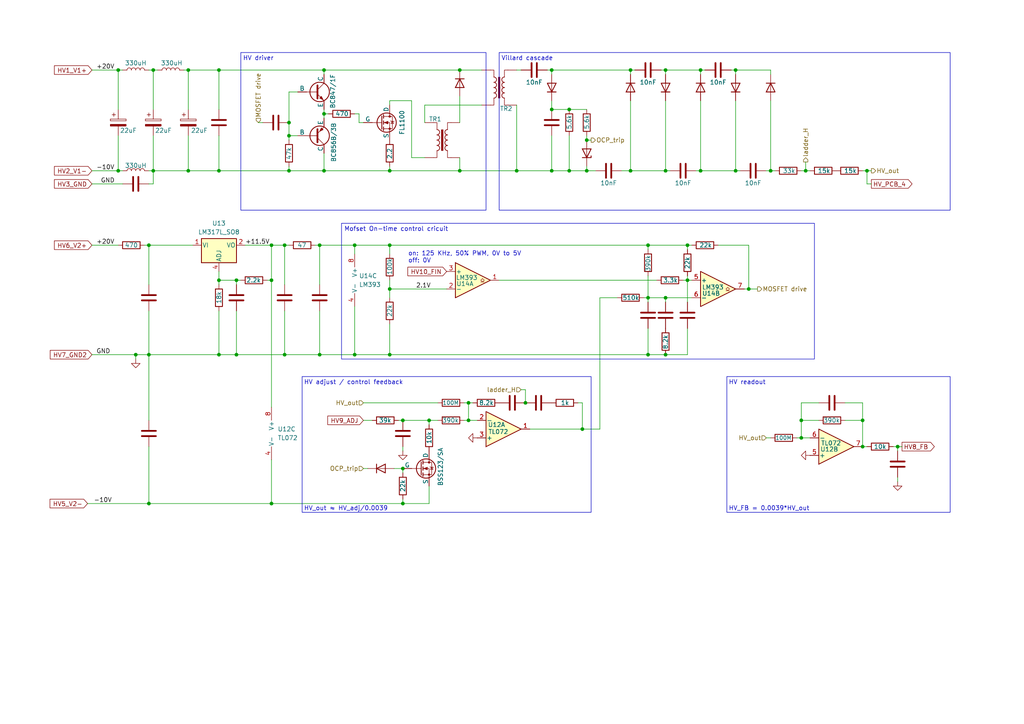
<source format=kicad_sch>
(kicad_sch (version 20250114) (generator "eeschema") (generator_version "9.0")
  (paper "A4")
  (title_block (title "Vertical HV PCB") (date "2025-08-31") (rev "2"))
  (lib_symbols
    (symbol "Amplifier_Operational:TL072" (pin_names (offset 0.127))
      (property "Reference" "U" (at 0 5.08 0))
      (property "Value" "TL072" (at 0 -5.08 0))
      (symbol "TL072_1_1"
        (polyline (pts (xy -5.08 5.08) (xy 5.08 0) (xy -5.08 -5.08) (xy -5.08 5.08)) (stroke (width 0.254)) (fill (type background)))
        (pin input line (at -7.62 2.54 0) (length 2.54) (name "+") (number "3"))
        (pin input line (at -7.62 -2.54 0) (length 2.54) (name "-") (number "2"))
        (pin output line (at 7.62 0 180) (length 2.54) (name "~") (number "1"))
      )
      (symbol "TL072_2_1"
        (polyline (pts (xy -5.08 5.08) (xy 5.08 0) (xy -5.08 -5.08) (xy -5.08 5.08)) (stroke (width 0.254)) (fill (type background)))
        (pin input line (at -7.62 2.54 0) (length 2.54) (name "+") (number "5"))
        (pin input line (at -7.62 -2.54 0) (length 2.54) (name "-") (number "6"))
        (pin output line (at 7.62 0 180) (length 2.54) (name "~") (number "7"))
      )
      (symbol "TL072_3_1"
        (pin power_in line (at -2.54 7.62 270) (length 3.81) (name "V+") (number "8"))
        (pin power_in line (at -2.54 -7.62 90) (length 3.81) (name "V-") (number "4"))
      )
    )
    (symbol "Comparator:LM393" (pin_names (offset 0.127))
      (property "Reference" "U" (at 3.81 3.81 0))
      (property "Value" "LM393" (at 6.35 -3.81 0))
      (symbol "LM393_1_1"
        (polyline (pts (xy -5.08 5.08) (xy 5.08 0) (xy -5.08 -5.08) (xy -5.08 5.08)) (stroke (width 0.254)) (fill (type background)))
        (polyline (pts (xy 3.302 -0.508) (xy 2.794 -0.508) (xy 3.302 0) (xy 2.794 0.508) (xy 2.286 0) (xy 2.794 -0.508) (xy 2.286 -0.508)) (stroke (width 0.127)))
        (pin input line (at -7.62 2.54 0) (length 2.54) (name "+") (number "3"))
        (pin input line (at -7.62 -2.54 0) (length 2.54) (name "-") (number "2"))
        (pin open_collector line (at 7.62 0 180) (length 2.54) (name "~") (number "1"))
      )
      (symbol "LM393_2_1"
        (polyline (pts (xy -5.08 5.08) (xy 5.08 0) (xy -5.08 -5.08) (xy -5.08 5.08)) (stroke (width 0.254)) (fill (type background)))
        (polyline (pts (xy 3.302 -0.508) (xy 2.794 -0.508) (xy 3.302 0) (xy 2.794 0.508) (xy 2.286 0) (xy 2.794 -0.508) (xy 2.286 -0.508)) (stroke (width 0.127)))
        (pin input line (at -7.62 2.54 0) (length 2.54) (name "+") (number "5"))
        (pin input line (at -7.62 -2.54 0) (length 2.54) (name "-") (number "6"))
        (pin open_collector line (at 7.62 0 180) (length 2.54) (name "~") (number "7"))
      )
      (symbol "LM393_3_1"
        (pin power_in line (at -2.54 7.62 270) (length 3.81) (name "V+") (number "8"))
        (pin power_in line (at -2.54 -7.62 90) (length 3.81) (name "V-") (number "4"))
      )
    )
    (symbol "Device:C" (pin_numbers (hide yes)) (pin_names (offset 0.254))
      (property "Reference" "C" (at 0.635 2.54 0))
      (property "Value" "C" (at 0.635 -2.54 0))
      (symbol "C_0_1"
        (polyline (pts (xy -2.032 0.762) (xy 2.032 0.762)) (stroke (width 0.508)))
        (polyline (pts (xy -2.032 -0.762) (xy 2.032 -0.762)) (stroke (width 0.508)))
      )
      (symbol "C_1_1"
        (pin passive line (at 0 3.81 270) (length 2.794) (name "~") (number "1"))
        (pin passive line (at 0 -3.81 90) (length 2.794) (name "~") (number "2"))
      )
    )
    (symbol "Device:C_Polarized" (pin_numbers (hide yes)) (pin_names (offset 0.254))
      (property "Reference" "C" (at 0.635 2.54 0))
      (property "Value" "C_Polarized" (at 0.635 -2.54 0))
      (symbol "C_Polarized_0_1"
        (rectangle (start -2.286 0.508) (end 2.286 1.016))
        (polyline (pts (xy -1.778 2.286) (xy -0.762 2.286)))
        (polyline (pts (xy -1.27 2.794) (xy -1.27 1.778)))
        (rectangle (start 2.286 -0.508) (end -2.286 -1.016) (fill (type outline)))
      )
      (symbol "C_Polarized_1_1"
        (pin passive line (at 0 3.81 270) (length 2.794) (name "~") (number "1"))
        (pin passive line (at 0 -3.81 90) (length 2.794) (name "~") (number "2"))
      )
    )
    (symbol "Device:D" (pin_numbers (hide yes)) (pin_names (offset 1.016) (hide yes))
      (property "Reference" "D" (at 0 2.54 0))
      (property "Value" "D" (at 0 -2.54 0))
      (symbol "D_0_1"
        (polyline (pts (xy -1.27 1.27) (xy -1.27 -1.27)) (stroke (width 0.254)))
        (polyline (pts (xy 1.27 1.27) (xy 1.27 -1.27) (xy -1.27 0) (xy 1.27 1.27)) (stroke (width 0.254)))
        (polyline (pts (xy 1.27 0) (xy -1.27 0)))
      )
      (symbol "D_1_1"
        (pin passive line (at -3.81 0 0) (length 2.54) (name "K") (number "1"))
        (pin passive line (at 3.81 0 180) (length 2.54) (name "A") (number "2"))
      )
    )
    (symbol "Device:D_Zener" (pin_numbers (hide yes)) (pin_names (offset 1.016) (hide yes))
      (property "Reference" "D" (at 0 2.54 0))
      (property "Value" "D_Zener" (at 0 -2.54 0))
      (symbol "D_Zener_0_1"
        (polyline (pts (xy -1.27 -1.27) (xy -1.27 1.27) (xy -0.762 1.27)) (stroke (width 0.254)))
        (polyline (pts (xy 1.27 0) (xy -1.27 0)))
        (polyline (pts (xy 1.27 -1.27) (xy 1.27 1.27) (xy -1.27 0) (xy 1.27 -1.27)) (stroke (width 0.254)))
      )
      (symbol "D_Zener_1_1"
        (pin passive line (at -3.81 0 0) (length 2.54) (name "K") (number "1"))
        (pin passive line (at 3.81 0 180) (length 2.54) (name "A") (number "2"))
      )
    )
    (symbol "Device:L" (pin_numbers (hide yes)) (pin_names (offset 1.016) (hide yes))
      (property "Reference" "L" (at -1.27 0 90))
      (property "Value" "L" (at 1.905 0 90))
      (symbol "L_0_1"
        (arc (start 0 2.54) (mid 0.6323 1.905) (end 0 1.27))
        (arc (start 0 1.27) (mid 0.6323 0.635) (end 0 0))
        (arc (start 0 0) (mid 0.6323 -0.635) (end 0 -1.27))
        (arc (start 0 -1.27) (mid 0.6323 -1.905) (end 0 -2.54))
      )
      (symbol "L_1_1"
        (pin passive line (at 0 3.81 270) (length 1.27) (name "1") (number "1"))
        (pin passive line (at 0 -3.81 90) (length 1.27) (name "2") (number "2"))
      )
    )
    (symbol "Device:R" (pin_numbers (hide yes)) (pin_names (offset 0))
      (property "Reference" "R" (at 2.032 0 90))
      (property "Value" "R" (at 0 0 90))
      (symbol "R_0_1"
        (rectangle (start -1.016 -2.54) (end 1.016 2.54) (stroke (width 0.254)))
      )
      (symbol "R_1_1"
        (pin passive line (at 0 3.81 270) (length 1.27) (name "~") (number "1"))
        (pin passive line (at 0 -3.81 90) (length 1.27) (name "~") (number "2"))
      )
    )
    (symbol "Regulator_Linear:LM317L_SO8" (pin_names (offset 0.254))
      (property "Reference" "U" (at -3.81 3.175 0))
      (property "Value" "LM317L_SO8" (at 0 3.175 0))
      (symbol "LM317L_SO8_0_1"
        (rectangle (start -5.08 1.905) (end 5.08 -5.08) (stroke (width 0.254)) (fill (type background)))
      )
      (symbol "LM317L_SO8_1_1"
        (pin power_in line (at -7.62 0 0) (length 2.54) (name "VI") (number "1"))
        (pin no_connect line (at -5.08 -2.54 0) (length 2.54) (hide yes) (name "NC") (number "5"))
        (pin input line (at 0 -7.62 90) (length 2.54) (name "ADJ") (number "4"))
        (pin no_connect line (at 5.08 -2.54 180) (length 2.54) (hide yes) (name "NC") (number "8"))
        (pin power_out line (at 7.62 0 180) (length 2.54) (name "VO") (number "2"))
        (pin passive line (at 7.62 0 180) (length 2.54) (hide yes) (name "VO") (number "3"))
        (pin passive line (at 7.62 0 180) (length 2.54) (hide yes) (name "VO") (number "6"))
        (pin passive line (at 7.62 0 180) (length 2.54) (hide yes) (name "VO") (number "7"))
      )
    )
    (symbol "Simulation_SPICE:NMOS" (pin_numbers (hide yes)) (pin_names (offset 0))
      (property "Reference" "Q" (at 5.08 1.27 0))
      (property "Value" "NMOS" (at 5.08 -1.27 0))
      (symbol "NMOS_0_1"
        (polyline (pts (xy 0.254 1.905) (xy 0.254 -1.905)) (stroke (width 0.254)))
        (polyline (pts (xy 0.254 0) (xy -2.54 0)))
        (polyline (pts (xy 0.762 2.286) (xy 0.762 1.27)) (stroke (width 0.254)))
        (polyline (pts (xy 0.762 0.508) (xy 0.762 -0.508)) (stroke (width 0.254)))
        (polyline (pts (xy 0.762 -1.27) (xy 0.762 -2.286)) (stroke (width 0.254)))
        (polyline (pts (xy 0.762 -1.778) (xy 3.302 -1.778) (xy 3.302 1.778) (xy 0.762 1.778)))
        (polyline (pts (xy 1.016 0) (xy 2.032 0.381) (xy 2.032 -0.381) (xy 1.016 0)) (fill (type outline)))
        (circle (center 1.651 0) (radius 2.794) (stroke (width 0.254)))
        (polyline (pts (xy 2.54 2.54) (xy 2.54 1.778)))
        (circle (center 2.54 1.778) (radius 0.254) (fill (type outline)))
        (circle (center 2.54 -1.778) (radius 0.254) (fill (type outline)))
        (polyline (pts (xy 2.54 -2.54) (xy 2.54 0) (xy 0.762 0)))
        (polyline (pts (xy 2.794 0.508) (xy 2.921 0.381) (xy 3.683 0.381) (xy 3.81 0.254)))
        (polyline (pts (xy 3.302 0.381) (xy 2.921 -0.254) (xy 3.683 -0.254) (xy 3.302 0.381)))
      )
      (symbol "NMOS_1_1"
        (pin input line (at -5.08 0 0) (length 2.54) (name "G") (number "2"))
        (pin passive line (at 2.54 5.08 270) (length 2.54) (name "D") (number "1"))
        (pin passive line (at 2.54 -5.08 90) (length 2.54) (name "S") (number "3"))
      )
    )
    (symbol "Simulation_SPICE:NPN" (pin_numbers (hide yes)) (pin_names (offset 0))
      (property "Reference" "Q" (at -2.54 7.62 0))
      (property "Value" "NPN" (at -2.54 5.08 0))
      (symbol "NPN_0_1"
        (polyline (pts (xy -2.54 0) (xy 0.635 0)) (stroke (width 0.1524)))
        (polyline (pts (xy 0.635 1.905) (xy 0.635 -1.905) (xy 0.635 -1.905)) (stroke (width 0.508)))
        (polyline (pts (xy 0.635 0.635) (xy 2.54 2.54)))
        (polyline (pts (xy 0.635 -0.635) (xy 2.54 -2.54) (xy 2.54 -2.54)))
        (circle (center 1.27 0) (radius 2.8194) (stroke (width 0.254)))
        (polyline (pts (xy 1.27 -1.778) (xy 1.778 -1.27) (xy 2.286 -2.286) (xy 1.27 -1.778) (xy 1.27 -1.778)) (fill (type outline)))
        (polyline (pts (xy 2.794 -1.27) (xy 2.794 -1.27)) (stroke (width 0.1524)))
        (polyline (pts (xy 2.794 -1.27) (xy 2.794 -1.27)) (stroke (width 0.1524)))
      )
      (symbol "NPN_1_1"
        (pin input line (at -5.08 0 0) (length 2.54) (name "B") (number "2"))
        (pin open_collector line (at 2.54 5.08 270) (length 2.54) (name "C") (number "1"))
        (pin open_emitter line (at 2.54 -5.08 90) (length 2.54) (name "E") (number "3"))
      )
    )
    (symbol "Simulation_SPICE:PNP" (pin_numbers (hide yes)) (pin_names (offset 0))
      (property "Reference" "Q" (at -2.54 7.62 0))
      (property "Value" "PNP" (at -2.54 5.08 0))
      (symbol "PNP_0_1"
        (polyline (pts (xy -2.54 0) (xy 0.635 0)) (stroke (width 0.1524)))
        (polyline (pts (xy 0.635 1.905) (xy 0.635 -1.905) (xy 0.635 -1.905)) (stroke (width 0.508)))
        (polyline (pts (xy 0.635 0.635) (xy 2.54 2.54)))
        (polyline (pts (xy 0.635 -0.635) (xy 2.54 -2.54) (xy 2.54 -2.54)))
        (circle (center 1.27 0) (radius 2.8194) (stroke (width 0.254)))
        (polyline (pts (xy 2.286 -1.778) (xy 1.778 -2.286) (xy 1.27 -1.27) (xy 2.286 -1.778) (xy 2.286 -1.778)) (fill (type outline)))
      )
      (symbol "PNP_1_1"
        (pin input line (at -5.08 0 0) (length 2.54) (name "B") (number "2"))
        (pin open_collector line (at 2.54 5.08 270) (length 2.54) (name "C") (number "1"))
        (pin open_emitter line (at 2.54 -5.08 90) (length 2.54) (name "E") (number "3"))
      )
    )
    (symbol "Transformer:TRANSF1" (pin_numbers (hide yes)) (pin_names (offset 0))
      (property "Reference" "TR" (at 0 6.35 0))
      (property "Value" "TRANSF1" (at 0 -6.35 0))
      (symbol "TRANSF1_0_1"
        (polyline (pts (xy -2.54 5.08) (xy -1.524 5.08) (xy -1.524 3.048)) (stroke (width 0.1524)))
        (arc (start -1.524 3.048) (mid -0.7653 2.286) (end -1.524 1.524) (stroke (width 0.2032)))
        (arc (start -1.524 1.524) (mid -0.7653 0.762) (end -1.524 0) (stroke (width 0.2032)))
        (arc (start -1.524 0) (mid -0.7653 -0.762) (end -1.524 -1.524) (stroke (width 0.2032)))
        (arc (start -1.524 -1.524) (mid -0.7653 -2.286) (end -1.524 -3.048) (stroke (width 0.2032)))
        (polyline (pts (xy -1.524 -3.048) (xy -1.524 -5.08) (xy -2.54 -5.08)) (stroke (width 0.1524)))
        (rectangle (start -0.254 3.048) (end 0.254 -3.048) (stroke (width 0.0254)) (fill (type outline)))
        (polyline (pts (xy 1.524 3.048) (xy 1.524 5.08) (xy 2.54 5.08)) (stroke (width 0.1524)))
        (arc (start 1.524 1.524) (mid 0.7653 2.286) (end 1.524 3.048) (stroke (width 0.2032)))
        (arc (start 1.524 0) (mid 0.7653 0.762) (end 1.524 1.524) (stroke (width 0.2032)))
        (arc (start 1.524 -1.524) (mid 0.7653 -0.762) (end 1.524 0) (stroke (width 0.2032)))
        (arc (start 1.524 -3.048) (mid 0.7653 -2.286) (end 1.524 -1.524) (stroke (width 0.2032)))
        (polyline (pts (xy 2.54 -5.08) (xy 1.524 -5.08) (xy 1.524 -3.048)) (stroke (width 0.1524)))
      )
      (symbol "TRANSF1_1_1"
        (pin passive line (at -5.08 5.08 0) (length 2.54) (name "~") (number "1"))
        (pin passive line (at -5.08 -5.08 0) (length 2.54) (name "~") (number "2"))
        (pin passive line (at 5.08 5.08 180) (length 2.54) (name "~") (number "4"))
        (pin passive line (at 5.08 -5.08 180) (length 2.54) (name "~") (number "3"))
      )
    )
    (symbol "power:GND" (power) (pin_numbers (hide yes)) (pin_names (offset 0) (hide yes))
      (property "Value" "GND" (at 0 -3.81 0))
      (symbol "GND_0_1"
        (polyline (pts (xy 0 0) (xy 0 -1.27) (xy 1.27 -1.27) (xy 0 -2.54) (xy -1.27 -1.27) (xy 0 -1.27)))
      )
      (symbol "GND_1_1"
        (pin power_in line (at 0 0 270) (length 0) (name "~") (number "1"))
      )
    )
  )
  (rectangle (start 69.85 15.24) (end 140.97 60.96))
  (rectangle (start 99.06 64.77) (end 236.22 104.14))
  (rectangle (start 210.82 109.22) (end 275.59 148.59))
  (rectangle (start 144.78 15.24) (end 275.59 60.96))
  (rectangle (start 87.63 109.22) (end 171.45 148.59))
  (text "HV_FB = 0.0039*HV_out" (at 211.328 147.574 0) (effects (font (size 1.27 1.27)) (justify left)))
  (text "HV readout\n" (at 211.328 110.998 0) (effects (font (size 1.27 1.27)) (justify left)))
  (text "Villard cascade" (at 152.908 17.018 0) (effects (font (size 1.27 1.27))))
  (text "on: 125 KHz, 50% PWM, 0V to 5V\noff: 0V" (at 118.364 74.676 0) (effects (font (size 1.27 1.27)) (justify left)))
  (text "HV driver" (at 74.93 17.018 0) (effects (font (size 1.27 1.27))))
  (text "HV_out ≈ HV_adj/0.0039" (at 88.138 147.574 0) (effects (font (size 1.27 1.27)) (justify left)))
  (text "Mofset On-time control cricuit" (at 99.822 66.548 0) (effects (font (size 1.27 1.27)) (justify left)))
  (text "HV adjust / control feedback" (at 88.138 110.998 0) (effects (font (size 1.27 1.27)) (justify left)))
  (junction (at 203.2 49.53))
  (junction (at 213.36 49.53))
  (junction (at 44.45 20.32))
  (junction (at 149.86 49.53))
  (junction (at 232.41 127))
  (junction (at 203.2 20.32))
  (junction (at 165.1 31.75))
  (junction (at 113.03 71.12))
  (junction (at 83.82 39.37))
  (junction (at 93.98 20.32))
  (junction (at 133.35 20.32))
  (junction (at 160.02 20.32))
  (junction (at 82.55 71.12))
  (junction (at 165.1 49.53))
  (junction (at 63.5 81.28))
  (junction (at 116.84 121.92))
  (junction (at 250.19 121.92))
  (junction (at 232.41 121.92))
  (junction (at 193.04 49.53))
  (junction (at 102.87 71.12))
  (junction (at 54.61 49.53))
  (junction (at 135.89 121.92))
  (junction (at 193.04 86.36))
  (junction (at 68.58 81.28))
  (junction (at 43.18 71.12))
  (junction (at 113.03 83.82))
  (junction (at 63.5 20.32))
  (junction (at 260.35 129.54))
  (junction (at 182.88 20.32))
  (junction (at 251.46 49.53))
  (junction (at 82.55 102.87))
  (junction (at 54.61 20.32))
  (junction (at 92.71 71.12))
  (junction (at 187.96 102.87))
  (junction (at 93.98 33.02))
  (junction (at 187.96 86.36))
  (junction (at 78.74 71.12))
  (junction (at 160.02 49.53))
  (junction (at 113.03 49.53))
  (junction (at 83.82 35.56))
  (junction (at 182.88 49.53))
  (junction (at 193.04 102.87))
  (junction (at 233.68 49.53))
  (junction (at 43.18 102.87))
  (junction (at 217.17 83.82))
  (junction (at 116.84 135.89))
  (junction (at 92.71 102.87))
  (junction (at 39.37 102.87))
  (junction (at 34.29 49.53))
  (junction (at 93.98 49.53))
  (junction (at 193.04 20.32))
  (junction (at 113.03 102.87))
  (junction (at 63.5 49.53))
  (junction (at 170.18 40.64))
  (junction (at 168.91 124.46))
  (junction (at 124.46 121.92))
  (junction (at 116.84 146.05))
  (junction (at 63.5 102.87))
  (junction (at 78.74 81.28))
  (junction (at 44.45 49.53))
  (junction (at 170.18 49.53))
  (junction (at 78.74 146.05))
  (junction (at 213.36 20.32))
  (junction (at 223.52 49.53))
  (junction (at 34.29 20.32))
  (junction (at 160.02 31.75))
  (junction (at 133.35 49.53))
  (junction (at 199.39 71.12))
  (junction (at 83.82 49.53))
  (junction (at 199.39 81.28))
  (junction (at 135.89 116.84))
  (junction (at 250.19 129.54))
  (junction (at 152.4 116.84))
  (junction (at 43.18 146.05))
  (junction (at 102.87 102.87))
  (junction (at 68.58 102.87))
  (junction (at 187.96 71.12))
  (wire (pts (xy 54.61 49.53) (xy 63.5 49.53)))
  (wire (pts (xy 245.11 121.92) (xy 250.19 121.92)))
  (wire (pts (xy 182.88 20.32) (xy 182.88 21.59)))
  (wire (pts (xy 250.19 129.54) (xy 251.46 129.54)))
  (wire (pts (xy 217.17 83.82) (xy 219.71 83.82)))
  (wire (pts (xy 34.29 20.32) (xy 34.29 31.75)))
  (wire (pts (xy 134.62 116.84) (xy 135.89 116.84)))
  (wire (pts (xy 201.93 49.53) (xy 203.2 49.53)))
  (wire (pts (xy 93.98 31.75) (xy 93.98 33.02)))
  (wire (pts (xy 92.71 90.17) (xy 92.71 102.87)))
  (wire (pts (xy 182.88 49.53) (xy 193.04 49.53)))
  (wire (pts (xy 160.02 20.32) (xy 160.02 21.59)))
  (wire (pts (xy 232.41 121.92) (xy 237.49 121.92)))
  (wire (pts (xy 34.29 49.53) (xy 35.56 49.53)))
  (wire (pts (xy 83.82 48.26) (xy 83.82 49.53)))
  (wire (pts (xy 39.37 104.14) (xy 39.37 102.87)))
  (wire (pts (xy 113.03 29.21) (xy 113.03 30.48)))
  (wire (pts (xy 43.18 146.05) (xy 78.74 146.05)))
  (wire (pts (xy 78.74 71.12) (xy 82.55 71.12)))
  (wire (pts (xy 165.1 39.37) (xy 165.1 49.53)))
  (wire (pts (xy 78.74 146.05) (xy 116.84 146.05)))
  (wire (pts (xy 115.57 121.92) (xy 116.84 121.92)))
  (wire (pts (xy 83.82 39.37) (xy 86.36 39.37)))
  (wire (pts (xy 199.39 71.12) (xy 199.39 72.39)))
  (wire (pts (xy 193.04 20.32) (xy 193.04 21.59)))
  (wire (pts (xy 124.46 123.19) (xy 124.46 121.92)))
  (wire (pts (xy 34.29 39.37) (xy 34.29 49.53)))
  (wire (pts (xy 113.03 81.28) (xy 113.03 83.82)))
  (wire (pts (xy 134.62 121.92) (xy 135.89 121.92)))
  (wire (pts (xy 26.67 102.87) (xy 39.37 102.87)))
  (wire (pts (xy 78.74 81.28) (xy 77.47 81.28)))
  (wire (pts (xy 63.5 49.53) (xy 83.82 49.53)))
  (wire (pts (xy 34.29 20.32) (xy 35.56 20.32)))
  (wire (pts (xy 68.58 81.28) (xy 69.85 81.28)))
  (wire (pts (xy 212.09 20.32) (xy 213.36 20.32)))
  (wire (pts (xy 232.41 116.84) (xy 237.49 116.84)))
  (wire (pts (xy 119.38 45.72) (xy 123.19 45.72)))
  (wire (pts (xy 232.41 121.92) (xy 232.41 127)))
  (wire (pts (xy 74.93 35.56) (xy 76.2 35.56)))
  (wire (pts (xy 187.96 87.63) (xy 187.96 86.36)))
  (wire (pts (xy 95.25 33.02) (xy 93.98 33.02)))
  (wire (pts (xy 165.1 49.53) (xy 170.18 49.53)))
  (wire (pts (xy 44.45 49.53) (xy 54.61 49.53)))
  (wire (pts (xy 113.03 71.12) (xy 187.96 71.12)))
  (wire (pts (xy 160.02 31.75) (xy 165.1 31.75)))
  (wire (pts (xy 171.45 40.64) (xy 170.18 40.64)))
  (wire (pts (xy 83.82 35.56) (xy 83.82 39.37)))
  (wire (pts (xy 160.02 49.53) (xy 160.02 39.37)))
  (wire (pts (xy 168.91 116.84) (xy 168.91 124.46)))
  (wire (pts (xy 116.84 129.54) (xy 116.84 130.81)))
  (wire (pts (xy 113.03 102.87) (xy 187.96 102.87)))
  (wire (pts (xy 63.5 81.28) (xy 68.58 81.28)))
  (wire (pts (xy 251.46 49.53) (xy 251.46 53.34)))
  (wire (pts (xy 133.35 27.94) (xy 133.35 35.56)))
  (wire (pts (xy 144.78 81.28) (xy 190.5 81.28)))
  (wire (pts (xy 198.12 81.28) (xy 199.39 81.28)))
  (wire (pts (xy 39.37 102.87) (xy 43.18 102.87)))
  (wire (pts (xy 186.69 86.36) (xy 187.96 86.36)))
  (wire (pts (xy 43.18 71.12) (xy 55.88 71.12)))
  (wire (pts (xy 223.52 29.21) (xy 223.52 49.53)))
  (wire (pts (xy 82.55 82.55) (xy 82.55 71.12)))
  (wire (pts (xy 123.19 30.48) (xy 139.7 30.48)))
  (wire (pts (xy 93.98 49.53) (xy 113.03 49.53)))
  (wire (pts (xy 232.41 49.53) (xy 233.68 49.53)))
  (wire (pts (xy 102.87 102.87) (xy 113.03 102.87)))
  (wire (pts (xy 223.52 21.59) (xy 223.52 20.32)))
  (wire (pts (xy 135.89 116.84) (xy 135.89 121.92)))
  (wire (pts (xy 260.35 138.43) (xy 260.35 139.7)))
  (wire (pts (xy 193.04 29.21) (xy 193.04 49.53)))
  (wire (pts (xy 43.18 71.12) (xy 41.91 71.12)))
  (wire (pts (xy 203.2 49.53) (xy 213.36 49.53)))
  (wire (pts (xy 113.03 29.21) (xy 119.38 29.21)))
  (wire (pts (xy 133.35 49.53) (xy 149.86 49.53)))
  (wire (pts (xy 187.96 86.36) (xy 193.04 86.36)))
  (wire (pts (xy 199.39 102.87) (xy 199.39 95.25)))
  (wire (pts (xy 116.84 137.16) (xy 116.84 135.89)))
  (wire (pts (xy 158.75 20.32) (xy 160.02 20.32)))
  (wire (pts (xy 93.98 20.32) (xy 93.98 21.59)))
  (wire (pts (xy 152.4 113.03) (xy 152.4 116.84)))
  (wire (pts (xy 214.63 49.53) (xy 213.36 49.53)))
  (wire (pts (xy 43.18 129.54) (xy 43.18 146.05)))
  (wire (pts (xy 149.86 20.32) (xy 151.13 20.32)))
  (wire (pts (xy 223.52 20.32) (xy 213.36 20.32)))
  (wire (pts (xy 217.17 83.82) (xy 215.9 83.82)))
  (wire (pts (xy 133.35 20.32) (xy 139.7 20.32)))
  (wire (pts (xy 68.58 81.28) (xy 68.58 82.55)))
  (wire (pts (xy 92.71 82.55) (xy 92.71 71.12)))
  (wire (pts (xy 170.18 48.26) (xy 170.18 49.53)))
  (wire (pts (xy 232.41 121.92) (xy 232.41 116.84)))
  (wire (pts (xy 250.19 116.84) (xy 250.19 121.92)))
  (wire (pts (xy 187.96 71.12) (xy 187.96 72.39)))
  (wire (pts (xy 213.36 20.32) (xy 213.36 21.59)))
  (wire (pts (xy 187.96 102.87) (xy 193.04 102.87)))
  (wire (pts (xy 78.74 133.35) (xy 78.74 146.05)))
  (wire (pts (xy 208.28 71.12) (xy 217.17 71.12)))
  (wire (pts (xy 116.84 146.05) (xy 116.84 144.78)))
  (wire (pts (xy 160.02 20.32) (xy 182.88 20.32)))
  (wire (pts (xy 63.5 20.32) (xy 93.98 20.32)))
  (wire (pts (xy 200.66 81.28) (xy 199.39 81.28)))
  (wire (pts (xy 63.5 90.17) (xy 63.5 102.87)))
  (wire (pts (xy 222.25 49.53) (xy 223.52 49.53)))
  (wire (pts (xy 260.35 129.54) (xy 259.08 129.54)))
  (wire (pts (xy 231.14 127) (xy 232.41 127)))
  (wire (pts (xy 82.55 102.87) (xy 92.71 102.87)))
  (wire (pts (xy 151.13 113.03) (xy 152.4 113.03)))
  (wire (pts (xy 193.04 86.36) (xy 200.66 86.36)))
  (wire (pts (xy 135.89 116.84) (xy 137.16 116.84)))
  (wire (pts (xy 44.45 20.32) (xy 45.72 20.32)))
  (wire (pts (xy 78.74 71.12) (xy 78.74 81.28)))
  (wire (pts (xy 250.19 49.53) (xy 251.46 49.53)))
  (wire (pts (xy 102.87 33.02) (xy 104.14 33.02)))
  (wire (pts (xy 199.39 71.12) (xy 200.66 71.12)))
  (wire (pts (xy 63.5 82.55) (xy 63.5 81.28)))
  (wire (pts (xy 203.2 29.21) (xy 203.2 49.53)))
  (wire (pts (xy 199.39 81.28) (xy 199.39 80.01)))
  (wire (pts (xy 116.84 121.92) (xy 124.46 121.92)))
  (wire (pts (xy 68.58 102.87) (xy 82.55 102.87)))
  (wire (pts (xy 251.46 49.53) (xy 252.73 49.53)))
  (wire (pts (xy 193.04 49.53) (xy 194.31 49.53)))
  (wire (pts (xy 251.46 53.34) (xy 252.73 53.34)))
  (wire (pts (xy 245.11 116.84) (xy 250.19 116.84)))
  (wire (pts (xy 63.5 31.75) (xy 63.5 20.32)))
  (wire (pts (xy 68.58 90.17) (xy 68.58 102.87)))
  (wire (pts (xy 234.95 49.53) (xy 233.68 49.53)))
  (wire (pts (xy 160.02 29.21) (xy 160.02 31.75)))
  (wire (pts (xy 116.84 146.05) (xy 124.46 146.05)))
  (wire (pts (xy 44.45 20.32) (xy 44.45 31.75)))
  (wire (pts (xy 193.04 20.32) (xy 203.2 20.32)))
  (wire (pts (xy 44.45 53.34) (xy 44.45 49.53)))
  (wire (pts (xy 203.2 20.32) (xy 203.2 21.59)))
  (wire (pts (xy 43.18 102.87) (xy 43.18 121.92)))
  (wire (pts (xy 213.36 29.21) (xy 213.36 49.53)))
  (wire (pts (xy 92.71 71.12) (xy 91.44 71.12)))
  (wire (pts (xy 193.04 87.63) (xy 193.04 86.36)))
  (wire (pts (xy 63.5 81.28) (xy 63.5 78.74)))
  (wire (pts (xy 123.19 35.56) (xy 123.19 30.48)))
  (wire (pts (xy 153.67 124.46) (xy 168.91 124.46)))
  (wire (pts (xy 260.35 129.54) (xy 261.62 129.54)))
  (wire (pts (xy 193.04 102.87) (xy 199.39 102.87)))
  (wire (pts (xy 187.96 71.12) (xy 199.39 71.12)))
  (wire (pts (xy 113.03 48.26) (xy 113.03 49.53)))
  (wire (pts (xy 223.52 49.53) (xy 224.79 49.53)))
  (wire (pts (xy 82.55 90.17) (xy 82.55 102.87)))
  (wire (pts (xy 54.61 39.37) (xy 54.61 49.53)))
  (wire (pts (xy 78.74 81.28) (xy 78.74 118.11)))
  (wire (pts (xy 250.19 121.92) (xy 250.19 129.54)))
  (wire (pts (xy 203.2 20.32) (xy 204.47 20.32)))
  (wire (pts (xy 173.99 124.46) (xy 168.91 124.46)))
  (wire (pts (xy 187.96 80.01) (xy 187.96 86.36)))
  (wire (pts (xy 26.67 20.32) (xy 34.29 20.32)))
  (wire (pts (xy 233.68 46.99) (xy 233.68 49.53)))
  (wire (pts (xy 113.03 93.98) (xy 113.03 102.87)))
  (wire (pts (xy 199.39 81.28) (xy 199.39 87.63)))
  (wire (pts (xy 160.02 49.53) (xy 165.1 49.53)))
  (wire (pts (xy 44.45 20.32) (xy 43.18 20.32)))
  (wire (pts (xy 105.41 135.89) (xy 106.68 135.89)))
  (wire (pts (xy 104.14 35.56) (xy 105.41 35.56)))
  (wire (pts (xy 113.03 71.12) (xy 113.03 73.66)))
  (wire (pts (xy 170.18 39.37) (xy 170.18 40.64)))
  (wire (pts (xy 93.98 49.53) (xy 93.98 44.45)))
  (wire (pts (xy 63.5 102.87) (xy 43.18 102.87)))
  (wire (pts (xy 93.98 33.02) (xy 93.98 34.29)))
  (wire (pts (xy 105.41 121.92) (xy 107.95 121.92)))
  (wire (pts (xy 119.38 29.21) (xy 119.38 45.72)))
  (wire (pts (xy 149.86 49.53) (xy 160.02 49.53)))
  (wire (pts (xy 191.77 20.32) (xy 193.04 20.32)))
  (wire (pts (xy 113.03 83.82) (xy 129.54 83.82)))
  (wire (pts (xy 54.61 20.32) (xy 63.5 20.32)))
  (wire (pts (xy 124.46 140.97) (xy 124.46 146.05)))
  (wire (pts (xy 104.14 33.02) (xy 104.14 35.56)))
  (wire (pts (xy 222.25 127) (xy 223.52 127)))
  (wire (pts (xy 184.15 20.32) (xy 182.88 20.32)))
  (wire (pts (xy 86.36 26.67) (xy 83.82 26.67)))
  (wire (pts (xy 182.88 29.21) (xy 182.88 49.53)))
  (wire (pts (xy 180.34 49.53) (xy 182.88 49.53)))
  (wire (pts (xy 105.41 116.84) (xy 127 116.84)))
  (wire (pts (xy 26.67 53.34) (xy 35.56 53.34)))
  (wire (pts (xy 92.71 102.87) (xy 102.87 102.87)))
  (wire (pts (xy 44.45 49.53) (xy 43.18 49.53)))
  (wire (pts (xy 149.86 30.48) (xy 149.86 49.53)))
  (wire (pts (xy 54.61 20.32) (xy 54.61 31.75)))
  (wire (pts (xy 170.18 49.53) (xy 172.72 49.53)))
  (wire (pts (xy 92.71 71.12) (xy 102.87 71.12)))
  (wire (pts (xy 135.89 121.92) (xy 138.43 121.92)))
  (wire (pts (xy 113.03 49.53) (xy 133.35 49.53)))
  (wire (pts (xy 54.61 20.32) (xy 53.34 20.32)))
  (wire (pts (xy 187.96 95.25) (xy 187.96 102.87)))
  (wire (pts (xy 102.87 88.9) (xy 102.87 102.87)))
  (wire (pts (xy 173.99 86.36) (xy 173.99 124.46)))
  (wire (pts (xy 124.46 121.92) (xy 127 121.92)))
  (wire (pts (xy 43.18 90.17) (xy 43.18 102.87)))
  (wire (pts (xy 113.03 83.82) (xy 113.03 86.36)))
  (wire (pts (xy 114.3 135.89) (xy 116.84 135.89)))
  (wire (pts (xy 83.82 26.67) (xy 83.82 35.56)))
  (wire (pts (xy 83.82 49.53) (xy 93.98 49.53)))
  (wire (pts (xy 93.98 20.32) (xy 133.35 20.32)))
  (wire (pts (xy 102.87 73.66) (xy 102.87 71.12)))
  (wire (pts (xy 133.35 45.72) (xy 133.35 49.53)))
  (wire (pts (xy 173.99 86.36) (xy 179.07 86.36)))
  (wire (pts (xy 168.91 116.84) (xy 167.64 116.84)))
  (wire (pts (xy 83.82 39.37) (xy 83.82 40.64)))
  (wire (pts (xy 63.5 102.87) (xy 68.58 102.87)))
  (wire (pts (xy 63.5 39.37) (xy 63.5 49.53)))
  (wire (pts (xy 44.45 39.37) (xy 44.45 49.53)))
  (wire (pts (xy 26.67 49.53) (xy 34.29 49.53)))
  (wire (pts (xy 83.82 71.12) (xy 82.55 71.12)))
  (wire (pts (xy 260.35 130.81) (xy 260.35 129.54)))
  (wire (pts (xy 43.18 82.55) (xy 43.18 71.12)))
  (wire (pts (xy 165.1 31.75) (xy 170.18 31.75)))
  (wire (pts (xy 25.4 146.05) (xy 43.18 146.05)))
  (wire (pts (xy 232.41 127) (xy 234.95 127)))
  (wire (pts (xy 34.29 71.12) (xy 26.67 71.12)))
  (wire (pts (xy 43.18 53.34) (xy 44.45 53.34)))
  (wire (pts (xy 217.17 71.12) (xy 217.17 83.82)))
  (wire (pts (xy 71.12 71.12) (xy 78.74 71.12)))
  (wire (pts (xy 102.87 71.12) (xy 113.03 71.12)))
  (label "GND" (at 27.94 102.87 0))
  (label "+11.5V" (at 71.12 71.12 0))
  (label "+20V" (at 27.94 20.32 0))
  (label "GND" (at 29.21 53.34 0))
  (label "2.1V" (at 120.65 83.82 0))
  (label "+20V" (at 27.94 71.12 0))
  (label "-10V" (at 27.94 49.53 0))
  (label "-10V" (at 27.1927 146.05 0))
  (global_label "HV3_GND" (shape input) (at 26.67 53.34 180) (property "Intersheetrefs" "${INTERSHEET_REFS}" (effects (hide yes))))
  (global_label "HV8_FB" (shape output) (at 261.62 129.54 0) (property "Intersheetrefs" "${INTERSHEET_REFS}" (effects (hide yes))))
  (global_label "HV_PCB_4" (shape output) (at 252.73 53.34 0) (property "Intersheetrefs" "${INTERSHEET_REFS}" (effects (hide yes))))
  (global_label "HV6_V2+" (shape input) (at 26.67 71.12 180) (property "Intersheetrefs" "${INTERSHEET_REFS}" (effects (hide yes))))
  (global_label "HV9_ADJ" (shape input) (at 105.41 121.92 180) (property "Intersheetrefs" "${INTERSHEET_REFS}" (effects (hide yes))))
  (global_label "HV5_V2-" (shape input) (at 25.4 146.05 180) (property "Intersheetrefs" "${INTERSHEET_REFS}" (effects (hide yes))))
  (global_label "HV10_FIN" (shape input) (at 129.54 78.74 180) (property "Intersheetrefs" "${INTERSHEET_REFS}" (effects (hide yes))))
  (global_label "HV7_GND2" (shape input) (at 26.67 102.87 180) (property "Intersheetrefs" "${INTERSHEET_REFS}" (effects (hide yes))))
  (global_label "HV2_V1-" (shape input) (at 26.67 49.53 180) (property "Intersheetrefs" "${INTERSHEET_REFS}" (effects (hide yes))))
  (global_label "HV1_V1+" (shape input) (at 26.67 20.32 180) (property "Intersheetrefs" "${INTERSHEET_REFS}" (effects (hide yes))))
  (hierarchical_label "ladder_H" (shape output) (at 233.68 46.99 90))
  (hierarchical_label "HV_out" (shape input) (at 105.41 116.84 180))
  (hierarchical_label "MOSFET drive" (shape input) (at 74.93 35.56 90))
  (hierarchical_label "HV_out" (shape input) (at 222.25 127 180))
  (hierarchical_label "ladder_H" (shape input) (at 151.13 113.03 180))
  (hierarchical_label "MOSFET drive" (shape output) (at 219.71 83.82 0))
  (hierarchical_label "OCP_trip" (shape input) (at 105.41 135.89 180))
  (hierarchical_label "OCP_trip" (shape output) (at 171.45 40.64 0))
  (hierarchical_label "HV_out" (shape output) (at 252.73 49.53 0))
  (symbol (lib_id "Device:R") (at 182.88 86.36 90) (unit 1)
    (property "Reference" "R86" (effects (hide yes)))
    (property "Value" "510k" (at 185.42 86.36 90) (effects (justify left)))
    (property "Description" "Resistor" (effects (hide yes)))
  )
  (symbol (lib_id "Device:C") (at 218.44 49.53 90) (mirror x) (unit 1)
    (property "Reference" "C13" (effects (hide yes)))
    (property "Value" "10nF" (at 218.44 53.086 90))
    (property "Description" "Unpolarized capacitor" (effects (hide yes)))
  )
  (symbol (lib_id "Device:C") (at 199.39 91.44 180) (unit 1)
    (property "Reference" "C44" (effects (hide yes)))
    (property "Value" "C" (effects (hide yes)))
    (property "Description" "Unpolarized capacitor" (effects (hide yes)))
  )
  (symbol (lib_id "Device:R") (at 170.18 35.56 180) (unit 1)
    (property "Reference" "R92" (effects (hide yes)))
    (property "Value" "5.6k" (at 170.18 33.274 90) (effects (justify left)))
    (property "Description" "Resistor" (effects (hide yes)))
  )
  (symbol (lib_id "Device:R") (at 38.1 71.12 90) (unit 1)
    (property "Reference" "R75" (effects (hide yes)))
    (property "Value" "470" (at 38.1 71.12 90))
    (property "Description" "Resistor" (effects (hide yes)))
  )
  (symbol (lib_id "Device:R") (at 204.47 71.12 90) (unit 1)
    (property "Reference" "R79" (effects (hide yes)))
    (property "Value" "22k" (at 206.502 71.12 90) (effects (justify left)))
    (property "Description" "Resistor" (effects (hide yes)))
  )
  (symbol (lib_id "Device:R") (at 163.83 116.84 90) (unit 1)
    (property "Reference" "R74" (effects (hide yes)))
    (property "Value" "1k" (at 165.1 116.84 90) (effects (justify left)))
    (property "Description" "Resistor" (effects (hide yes)))
  )
  (symbol (lib_id "Device:C") (at 160.02 35.56 0) (mirror y) (unit 1)
    (property "Reference" "C35" (effects (hide yes)))
    (property "Value" "10nF" (effects (hide yes)))
    (property "Description" "Unpolarized capacitor" (effects (hide yes)))
  )
  (symbol (lib_id "power:GND") (at 116.84 130.81 0) (unit 1)
    (property "Reference" "#PWR057" (effects (hide yes)))
    (property "Value" "GND" (effects (hide yes)))
    (property "Description" "Power symbol creates a global label with name \"GND\" , ground" (effects (hide yes)))
  )
  (symbol (lib_id "Device:C_Polarized") (at 34.29 35.56 0) (unit 1)
    (property "Reference" "C54" (effects (hide yes)))
    (property "Value" "22uF" (at 34.798 37.846 0) (effects (justify left)))
    (property "Description" "Polarized capacitor" (effects (hide yes)))
  )
  (symbol (lib_id "Device:R") (at 246.38 49.53 90) (unit 1)
    (property "Reference" "R70" (effects (hide yes)))
    (property "Value" "15k" (at 246.634 49.53 90))
    (property "Description" "Resistor" (effects (hide yes)))
  )
  (symbol (lib_id "Device:C") (at 92.71 86.36 180) (unit 1)
    (property "Reference" "C43" (effects (hide yes)))
    (property "Value" "C" (effects (hide yes)))
    (property "Description" "Unpolarized capacitor" (effects (hide yes)))
  )
  (symbol (lib_id "Device:D_Zener") (at 170.18 44.45 270) (mirror x) (unit 1)
    (property "Reference" "D25" (effects (hide yes)))
    (property "Value" "D_Zener" (effects (hide yes)))
    (property "Description" "Zener diode" (effects (hide yes)))
  )
  (symbol (lib_id "Device:R") (at 124.46 127 0) (unit 1)
    (property "Reference" "R89" (effects (hide yes)))
    (property "Value" "10k" (at 124.46 128.778 90) (effects (justify left)))
    (property "Description" "Resistor" (effects (hide yes)))
  )
  (symbol (lib_id "Device:R") (at 113.03 44.45 180) (unit 1)
    (property "Reference" "R93" (effects (hide yes)))
    (property "Value" "2.2" (at 113.03 42.926 90) (effects (justify left)))
    (property "Description" "Resistor" (effects (hide yes)))
  )
  (symbol (lib_id "Amplifier_Operational:TL072") (at 146.05 124.46 0) (mirror x) (unit 1)
    (property "Reference" "U12" (at 144.018 123.19 0))
    (property "Value" "TL072" (at 144.526 125.222 0))
    (property "Datasheet" "http://www.ti.com/lit/ds/symlink/tl071.pdf" (effects (hide yes)))
    (property "Description" "Dual Low-Noise JFET-Input Operational Amplifiers, DIP-8/SOIC-8" (effects (hide yes)))
  )
  (symbol (lib_id "Device:R") (at 130.81 116.84 90) (unit 1)
    (property "Reference" "R91" (effects (hide yes)))
    (property "Value" "100M" (at 133.096 116.84 90) (effects (font (size 1.143 1.143)) (justify left)))
    (property "Description" "Resistor" (effects (hide yes)))
  )
  (symbol (lib_id "Device:L") (at 39.37 20.32 90) (unit 1)
    (property "Reference" "L5" (effects (hide yes)))
    (property "Value" "330uH" (at 39.37 18.288 90))
    (property "Description" "Inductor" (effects (hide yes)))
  )
  (symbol (lib_id "Device:R") (at 73.66 81.28 90) (unit 1)
    (property "Reference" "R77" (effects (hide yes)))
    (property "Value" "2.2k" (at 75.692 81.28 90) (effects (justify left)))
    (property "Description" "Resistor" (effects (hide yes)))
  )
  (symbol (lib_id "Device:R") (at 187.96 76.2 180) (unit 1)
    (property "Reference" "R80" (effects (hide yes)))
    (property "Value" "390k" (at 187.96 73.914 90) (effects (justify left)))
    (property "Description" "Resistor" (effects (hide yes)))
  )
  (symbol (lib_id "Device:R") (at 227.33 127 90) (unit 1)
    (property "Reference" "R97" (effects (hide yes)))
    (property "Value" "100M" (at 229.616 127 90) (effects (font (size 1.143 1.143)) (justify left)))
    (property "Description" "Resistor" (effects (hide yes)))
  )
  (symbol (lib_id "power:GND") (at 39.37 104.14 0) (unit 1)
    (property "Reference" "#PWR054" (effects (hide yes)))
    (property "Value" "GND" (effects (hide yes)))
    (property "Description" "Power symbol creates a global label with name \"GND\" , ground" (effects (hide yes)))
  )
  (symbol (lib_id "Device:C") (at 176.53 49.53 90) (mirror x) (unit 1)
    (property "Reference" "C34" (effects (hide yes)))
    (property "Value" "10nF" (at 176.53 53.086 90))
    (property "Description" "Unpolarized capacitor" (effects (hide yes)))
  )
  (symbol (lib_id "Device:R") (at 99.06 33.02 270) (unit 1)
    (property "Reference" "R94" (effects (hide yes)))
    (property "Value" "470" (at 97.282 33.02 90) (effects (justify left)))
    (property "Description" "Resistor" (effects (hide yes)))
  )
  (symbol (lib_id "Device:D") (at 182.88 25.4 90) (mirror x) (unit 1)
    (property "Reference" "D20" (effects (hide yes)))
    (property "Value" "D" (effects (hide yes)))
    (property "Description" "Diode" (effects (hide yes)))
    (property "Sim.Device" "D" (effects (hide yes)))
    (property "Sim.Pins" "1=K 2=A" (effects (hide yes)))
  )
  (symbol (lib_id "Device:C") (at 148.59 116.84 90) (unit 1)
    (property "Reference" "C36" (effects (hide yes)))
    (property "Value" "C" (effects (hide yes)))
    (property "Description" "Unpolarized capacitor" (effects (hide yes)))
  )
  (symbol (lib_id "Device:R") (at 87.63 71.12 90) (unit 1)
    (property "Reference" "R78" (effects (hide yes)))
    (property "Value" "47" (at 88.9 71.12 90) (effects (justify left)))
    (property "Description" "Resistor" (effects (hide yes)))
  )
  (symbol (lib_id "Simulation_SPICE:PNP") (at 91.44 39.37 0) (mirror x) (unit 1)
    (property "Reference" "Q16" (effects (hide yes)))
    (property "Value" "BC856B/3B" (at 96.774 35.56 90) (effects (justify left)))
    (property "Datasheet" "https://ngspice.sourceforge.io/docs/ngspice-html-manual/manual.xhtml#cha_BJTs" (effects (hide yes)))
    (property "Description" "Bipolar transistor symbol for simulation only, substrate tied to the emitter" (effects (hide yes)))
    (property "Sim.Device" "PNP" (effects (hide yes)))
    (property "Sim.Type" "GUMMELPOON" (effects (hide yes)))
    (property "Sim.Pins" "1=C 2=B 3=E" (effects (hide yes)))
  )
  (symbol (lib_id "Comparator:LM393") (at 208.28 83.82 0) (unit 2)
    (property "Reference" "U14" (at 206.248 85.09 0))
    (property "Value" "LM393" (at 206.756 83.312 0))
    (property "Datasheet" "http://www.ti.com/lit/ds/symlink/lm393.pdf" (effects (hide yes)))
    (property "Description" "Low-Power, Low-Offset Voltage, Dual Comparators, DIP-8/SOIC-8/TO-99-8" (effects (hide yes)))
  )
  (symbol (lib_id "Device:D") (at 203.2 25.4 90) (mirror x) (unit 1)
    (property "Reference" "D18" (effects (hide yes)))
    (property "Value" "D" (effects (hide yes)))
    (property "Description" "Diode" (effects (hide yes)))
    (property "Sim.Device" "D" (effects (hide yes)))
    (property "Sim.Pins" "1=K 2=A" (effects (hide yes)))
  )
  (symbol (lib_id "Device:D") (at 160.02 25.4 270) (mirror x) (unit 1)
    (property "Reference" "D22" (effects (hide yes)))
    (property "Value" "D" (effects (hide yes)))
    (property "Description" "Diode" (effects (hide yes)))
    (property "Sim.Device" "D" (effects (hide yes)))
    (property "Sim.Pins" "1=K 2=A" (effects (hide yes)))
  )
  (symbol (lib_id "Device:R") (at 193.04 99.06 0) (unit 1)
    (property "Reference" "R85" (effects (hide yes)))
    (property "Value" "8.2k" (at 193.04 101.346 90) (effects (justify left)))
    (property "Description" "Resistor" (effects (hide yes)))
  )
  (symbol (lib_id "Device:D") (at 223.52 25.4 90) (mirror x) (unit 1)
    (property "Reference" "D16" (effects (hide yes)))
    (property "Value" "D" (effects (hide yes)))
    (property "Description" "Diode" (effects (hide yes)))
    (property "Sim.Device" "D" (effects (hide yes)))
    (property "Sim.Pins" "1=K 2=A" (effects (hide yes)))
  )
  (symbol (lib_id "Device:C") (at 193.04 91.44 180) (unit 1)
    (property "Reference" "C46" (effects (hide yes)))
    (property "Value" "C" (effects (hide yes)))
    (property "Description" "Unpolarized capacitor" (effects (hide yes)))
  )
  (symbol (lib_id "Device:R") (at 111.76 121.92 90) (unit 1)
    (property "Reference" "R87" (effects (hide yes)))
    (property "Value" "39k" (at 113.538 121.92 90) (effects (justify left)))
    (property "Description" "Resistor" (effects (hide yes)))
  )
  (symbol (lib_id "Device:R") (at 194.31 81.28 90) (unit 1)
    (property "Reference" "R84" (effects (hide yes)))
    (property "Value" "3.3k" (at 196.596 81.28 90) (effects (justify left)))
    (property "Description" "Resistor" (effects (hide yes)))
  )
  (symbol (lib_id "Amplifier_Operational:TL072") (at 242.57 129.54 0) (mirror x) (unit 2)
    (property "Reference" "U12" (at 240.538 130.302 0))
    (property "Value" "TL072" (at 241.046 128.524 0))
    (property "Datasheet" "http://www.ti.com/lit/ds/symlink/tl071.pdf" (effects (hide yes)))
    (property "Description" "Dual Low-Noise JFET-Input Operational Amplifiers, DIP-8/SOIC-8" (effects (hide yes)))
  )
  (symbol (lib_id "Device:L") (at 49.53 20.32 90) (unit 1)
    (property "Reference" "L7" (effects (hide yes)))
    (property "Value" "330uH" (at 49.784 18.288 90))
    (property "Description" "Inductor" (effects (hide yes)))
  )
  (symbol (lib_id "Device:R") (at 83.82 44.45 0) (mirror x) (unit 1)
    (property "Reference" "R95" (effects (hide yes)))
    (property "Value" "47k" (at 83.82 42.672 90) (effects (justify left)))
    (property "Description" "Resistor" (effects (hide yes)))
  )
  (symbol (lib_id "Simulation_SPICE:NMOS") (at 121.92 135.89 0) (unit 1)
    (property "Reference" "Q10" (effects (hide yes)))
    (property "Value" "BSS123/SA" (at 127.762 140.97 90) (effects (justify left)))
    (property "Datasheet" "https://ngspice.sourceforge.io/docs/ngspice-html-manual/manual.xhtml#cha_MOSFETs" (effects (hide yes)))
    (property "Description" "N-MOSFET transistor, drain/source/gate" (effects (hide yes)))
    (property "Sim.Device" "NMOS" (effects (hide yes)))
    (property "Sim.Type" "VDMOS" (effects (hide yes)))
    (property "Sim.Pins" "1=D 2=G 3=S" (effects (hide yes)))
  )
  (symbol (lib_id "Transformer:TRANSF1") (at 128.27 40.64 180) (unit 1)
    (property "Reference" "TR1" (at 126.238 34.544 0))
    (property "Value" "TRANSF1" (effects (hide yes)))
  )
  (symbol (lib_id "Device:R") (at 113.03 77.47 0) (unit 1)
    (property "Reference" "R82" (effects (hide yes)))
    (property "Value" "100k" (at 113.03 79.756 90) (effects (justify left)))
    (property "Description" "Resistor" (effects (hide yes)))
  )
  (symbol (lib_id "power:GND") (at 138.43 127 270) (unit 1)
    (property "Reference" "#PWR063" (effects (hide yes)))
    (property "Value" "GND" (effects (hide yes)))
    (property "Description" "Power symbol creates a global label with name \"GND\" , ground" (effects (hide yes)))
  )
  (symbol (lib_id "Simulation_SPICE:NPN") (at 91.44 26.67 0) (unit 1)
    (property "Reference" "Q14" (effects (hide yes)))
    (property "Value" "BC847/1F" (at 96.52 31.496 90) (effects (justify left)))
    (property "Datasheet" "https://ngspice.sourceforge.io/docs/ngspice-html-manual/manual.xhtml#cha_BJTs" (effects (hide yes)))
    (property "Description" "Bipolar transistor symbol for simulation only, substrate tied to the emitter" (effects (hide yes)))
    (property "Sim.Device" "NPN" (effects (hide yes)))
    (property "Sim.Type" "GUMMELPOON" (effects (hide yes)))
    (property "Sim.Pins" "1=C 2=B 3=E" (effects (hide yes)))
  )
  (symbol (lib_id "Device:C") (at 187.96 91.44 180) (unit 1)
    (property "Reference" "C47" (effects (hide yes)))
    (property "Value" "C" (effects (hide yes)))
    (property "Description" "Unpolarized capacitor" (effects (hide yes)))
  )
  (symbol (lib_id "Device:R") (at 238.76 49.53 90) (unit 1)
    (property "Reference" "R71" (effects (hide yes)))
    (property "Value" "15k" (at 239.014 49.53 90))
    (property "Description" "Resistor" (effects (hide yes)))
  )
  (symbol (lib_id "power:GND") (at 234.95 132.08 270) (mirror x) (unit 1)
    (property "Reference" "#PWR062" (effects (hide yes)))
    (property "Value" "GND" (effects (hide yes)))
    (property "Description" "Power symbol creates a global label with name \"GND\" , ground" (effects (hide yes)))
  )
  (symbol (lib_id "Device:D") (at 193.04 25.4 270) (mirror x) (unit 1)
    (property "Reference" "D19" (effects (hide yes)))
    (property "Value" "D" (effects (hide yes)))
    (property "Description" "Diode" (effects (hide yes)))
    (property "Sim.Device" "D" (effects (hide yes)))
    (property "Sim.Pins" "1=K 2=A" (effects (hide yes)))
  )
  (symbol (lib_id "Device:C") (at 198.12 49.53 90) (mirror x) (unit 1)
    (property "Reference" "C33" (effects (hide yes)))
    (property "Value" "10nF" (at 198.12 53.086 90))
    (property "Description" "Unpolarized capacitor" (effects (hide yes)))
  )
  (symbol (lib_id "Comparator:LM393") (at 105.41 81.28 0) (unit 3)
    (property "Reference" "U14" (at 104.14 80.0099 0) (effects (justify left)))
    (property "Value" "LM393" (at 104.14 82.5499 0) (effects (justify left)))
    (property "Datasheet" "http://www.ti.com/lit/ds/symlink/lm393.pdf" (effects (hide yes)))
    (property "Description" "Low-Power, Low-Offset Voltage, Dual Comparators, DIP-8/SOIC-8/TO-99-8" (effects (hide yes)))
  )
  (symbol (lib_id "Device:R") (at 140.97 116.84 270) (unit 1)
    (property "Reference" "R73" (effects (hide yes)))
    (property "Value" "8.2k" (at 138.938 116.84 90) (effects (justify left)))
    (property "Description" "Resistor" (effects (hide yes)))
  )
  (symbol (lib_id "Device:C") (at 63.5 35.56 0) (unit 1)
    (property "Reference" "C56" (effects (hide yes)))
    (property "Value" "C" (effects (hide yes)))
    (property "Description" "Unpolarized capacitor" (effects (hide yes)))
  )
  (symbol (lib_id "Device:C") (at 241.3 116.84 90) (mirror x) (unit 1)
    (property "Reference" "C50" (effects (hide yes)))
    (property "Value" "C" (effects (hide yes)))
    (property "Description" "Unpolarized capacitor" (effects (hide yes)))
  )
  (symbol (lib_id "Regulator_Linear:LM317L_SO8") (at 63.5 71.12 0) (unit 1)
    (property "Reference" "U13" (at 63.5 64.77 0))
    (property "Value" "LM317L_SO8" (at 63.5 67.31 0))
    (property "Footprint" "Package_SO:SOIC-8_3.9x4.9mm_P1.27mm" (effects (hide yes)))
    (property "Datasheet" "http://www.ti.com/lit/ds/snvs775k/snvs775k.pdf" (effects (hide yes)))
    (property "Description" "100mA 35V Adjustable Linear Regulator, SO-8" (effects (hide yes)))
  )
  (symbol (lib_id "Device:R") (at 116.84 140.97 0) (unit 1)
    (property "Reference" "R90" (effects (hide yes)))
    (property "Value" "22k" (at 116.84 142.748 90) (effects (justify left)))
    (property "Description" "Resistor" (effects (hide yes)))
  )
  (symbol (lib_id "Device:C") (at 43.18 86.36 180) (unit 1)
    (property "Reference" "C40" (effects (hide yes)))
    (property "Value" "C" (effects (hide yes)))
    (property "Description" "Unpolarized capacitor" (effects (hide yes)))
  )
  (symbol (lib_id "Device:R") (at 113.03 90.17 0) (unit 1)
    (property "Reference" "R83" (effects (hide yes)))
    (property "Value" "22k" (at 113.03 91.948 90) (effects (justify left)))
    (property "Description" "Resistor" (effects (hide yes)))
  )
  (symbol (lib_id "Device:R") (at 63.5 86.36 0) (unit 1)
    (property "Reference" "R76" (effects (hide yes)))
    (property "Value" "18k" (at 63.5 88.138 90) (effects (justify left)))
    (property "Description" "Resistor" (effects (hide yes)))
  )
  (symbol (lib_id "Device:L") (at 39.37 49.53 90) (unit 1)
    (property "Reference" "L6" (effects (hide yes)))
    (property "Value" "330uH" (at 39.37 48.006 90))
    (property "Description" "Inductor" (effects (hide yes)))
  )
  (symbol (lib_id "Device:C") (at 154.94 20.32 90) (mirror x) (unit 1)
    (property "Reference" "C39" (effects (hide yes)))
    (property "Value" "10nF" (at 154.94 23.876 90))
    (property "Description" "Unpolarized capacitor" (effects (hide yes)))
  )
  (symbol (lib_id "Device:R") (at 255.27 129.54 90) (unit 1)
    (property "Reference" "R99" (effects (hide yes)))
    (property "Value" "10k" (at 255.27 129.54 90))
    (property "Description" "Resistor" (effects (hide yes)))
  )
  (symbol (lib_id "Device:C_Polarized") (at 54.61 35.56 0) (unit 1)
    (property "Reference" "C52" (effects (hide yes)))
    (property "Value" "22uF" (at 55.372 37.846 0) (effects (justify left)))
    (property "Description" "Polarized capacitor" (effects (hide yes)))
  )
  (symbol (lib_id "Device:D") (at 133.35 24.13 90) (mirror x) (unit 1)
    (property "Reference" "D24" (effects (hide yes)))
    (property "Value" "D" (effects (hide yes)))
    (property "Description" "Diode" (effects (hide yes)))
    (property "Sim.Device" "D" (effects (hide yes)))
    (property "Sim.Pins" "1=K 2=A" (effects (hide yes)))
  )
  (symbol (lib_id "Amplifier_Operational:TL072") (at 81.28 125.73 0) (unit 3)
    (property "Reference" "U12" (at 80.518 124.46 0) (effects (justify left)))
    (property "Value" "TL072" (at 80.518 127 0) (effects (justify left)))
    (property "Datasheet" "http://www.ti.com/lit/ds/symlink/tl071.pdf" (effects (hide yes)))
    (property "Description" "Dual Low-Noise JFET-Input Operational Amplifiers, DIP-8/SOIC-8" (effects (hide yes)))
  )
  (symbol (lib_id "Device:R") (at 130.81 121.92 90) (unit 1)
    (property "Reference" "R88" (effects (hide yes)))
    (property "Value" "390k" (at 133.096 121.92 90) (effects (justify left)))
    (property "Description" "Resistor" (effects (hide yes)))
  )
  (symbol (lib_id "Device:C") (at 116.84 125.73 0) (unit 1)
    (property "Reference" "C48" (effects (hide yes)))
    (property "Value" "C" (effects (hide yes)))
    (property "Description" "Unpolarized capacitor" (effects (hide yes)))
  )
  (symbol (lib_id "Device:C") (at 208.28 20.32 90) (mirror x) (unit 1)
    (property "Reference" "C29" (effects (hide yes)))
    (property "Value" "10nF" (at 208.28 23.876 90))
    (property "Description" "Unpolarized capacitor" (effects (hide yes)))
  )
  (symbol (lib_id "Device:C") (at 39.37 53.34 90) (unit 1)
    (property "Reference" "C53" (effects (hide yes)))
    (property "Description" "Unpolarized capacitor" (effects (hide yes)))
  )
  (symbol (lib_id "Device:C") (at 68.58 86.36 180) (unit 1)
    (property "Reference" "C41" (effects (hide yes)))
    (property "Value" "C" (effects (hide yes)))
    (property "Description" "Unpolarized capacitor" (effects (hide yes)))
  )
  (symbol (lib_id "Device:D") (at 213.36 25.4 270) (mirror x) (unit 1)
    (property "Reference" "D17" (effects (hide yes)))
    (property "Value" "D" (effects (hide yes)))
    (property "Description" "Diode" (effects (hide yes)))
    (property "Sim.Device" "D" (effects (hide yes)))
    (property "Sim.Pins" "1=K 2=A" (effects (hide yes)))
  )
  (symbol (lib_id "Device:C") (at 82.55 86.36 180) (unit 1)
    (property "Reference" "C42" (effects (hide yes)))
    (property "Value" "C" (effects (hide yes)))
    (property "Description" "Unpolarized capacitor" (effects (hide yes)))
  )
  (symbol (lib_id "power:GND") (at 260.35 139.7 0) (unit 1)
    (property "Reference" "#PWR051" (effects (hide yes)))
    (property "Value" "GND" (effects (hide yes)))
    (property "Description" "Power symbol creates a global label with name \"GND\" , ground" (effects (hide yes)))
  )
  (symbol (lib_id "Device:C") (at 80.01 35.56 270) (mirror x) (unit 1)
    (property "Reference" "C55" (effects (hide yes)))
    (property "Value" "C" (effects (hide yes)))
    (property "Description" "Unpolarized capacitor" (effects (hide yes)))
  )
  (symbol (lib_id "Comparator:LM393") (at 137.16 81.28 0) (unit 1)
    (property "Reference" "U14" (at 134.874 82.296 0))
    (property "Value" "LM393" (at 135.382 80.518 0))
    (property "Datasheet" "http://www.ti.com/lit/ds/symlink/lm393.pdf" (effects (hide yes)))
    (property "Description" "Low-Power, Low-Offset Voltage, Dual Comparators, DIP-8/SOIC-8/TO-99-8" (effects (hide yes)))
  )
  (symbol (lib_id "Device:R") (at 228.6 49.53 90) (unit 1)
    (property "Reference" "R72" (effects (hide yes)))
    (property "Value" "33k" (at 228.854 49.53 90))
    (property "Description" "Resistor" (effects (hide yes)))
  )
  (symbol (lib_id "Simulation_SPICE:NMOS") (at 110.49 35.56 0) (unit 1)
    (property "Reference" "Q1" (effects (hide yes)))
    (property "Value" "FL1100" (at 116.586 39.116 90) (effects (justify left)))
    (property "Datasheet" "https://ngspice.sourceforge.io/docs/ngspice-html-manual/manual.xhtml#cha_MOSFETs" (effects (hide yes)))
    (property "Description" "N-MOSFET transistor, drain/source/gate" (effects (hide yes)))
    (property "Sim.Device" "NMOS" (effects (hide yes)))
    (property "Sim.Type" "VDMOS" (effects (hide yes)))
    (property "Sim.Pins" "1=D 2=G 3=S" (effects (hide yes)))
  )
  (symbol (lib_id "Device:C") (at 156.21 116.84 270) (unit 1)
    (property "Reference" "C37" (effects (hide yes)))
    (property "Value" "C" (effects (hide yes)))
    (property "Description" "Unpolarized capacitor" (effects (hide yes)))
  )
  (symbol (lib_id "Transformer:TRANSF1") (at 144.78 25.4 0) (unit 1)
    (property "Reference" "TR2" (at 146.812 31.496 0))
    (property "Value" "TRANSF2" (effects (hide yes)))
  )
  (symbol (lib_id "Device:R") (at 165.1 35.56 180) (unit 1)
    (property "Reference" "R96" (effects (hide yes)))
    (property "Value" "5.6k" (at 165.1 33.274 90) (effects (justify left)))
    (property "Description" "Resistor" (effects (hide yes)))
  )
  (symbol (lib_id "Device:C_Polarized") (at 44.45 35.56 0) (unit 1)
    (property "Reference" "C51" (effects (hide yes)))
    (property "Value" "22uF" (at 44.958 37.846 0) (effects (justify left)))
    (property "Description" "Polarized capacitor" (effects (hide yes)))
  )
  (symbol (lib_id "Device:C") (at 187.96 20.32 90) (mirror x) (unit 1)
    (property "Reference" "C30" (effects (hide yes)))
    (property "Value" "10nF" (at 187.96 23.876 90))
    (property "Description" "Unpolarized capacitor" (effects (hide yes)))
  )
  (symbol (lib_id "Device:D") (at 110.49 135.89 0) (unit 1)
    (property "Reference" "D21" (effects (hide yes)))
    (property "Value" "D" (effects (hide yes)))
    (property "Description" "Diode" (effects (hide yes)))
    (property "Sim.Device" "D" (effects (hide yes)))
    (property "Sim.Pins" "1=K 2=A" (effects (hide yes)))
  )
  (symbol (lib_id "Device:R") (at 241.3 121.92 270) (mirror x) (unit 1)
    (property "Reference" "R98" (effects (hide yes)))
    (property "Value" "390k" (at 238.76 121.92 90) (effects (justify left)))
    (property "Description" "Resistor" (effects (hide yes)))
  )
  (symbol (lib_id "Device:R") (at 199.39 76.2 180) (unit 1)
    (property "Reference" "R81" (effects (hide yes)))
    (property "Value" "22k" (at 199.39 74.422 90) (effects (justify left)))
    (property "Description" "Resistor" (effects (hide yes)))
  )
  (symbol (lib_id "Device:C") (at 260.35 134.62 180) (unit 1)
    (property "Reference" "C57" (effects (hide yes)))
    (property "Value" "C" (effects (hide yes)))
    (property "Description" "Unpolarized capacitor" (effects (hide yes)))
  )
  (symbol (lib_id "Device:C") (at 43.18 125.73 0) (unit 1)
    (property "Reference" "C38" (effects (hide yes)))
    (property "Description" "Unpolarized capacitor" (effects (hide yes)))
  )
)
</source>
